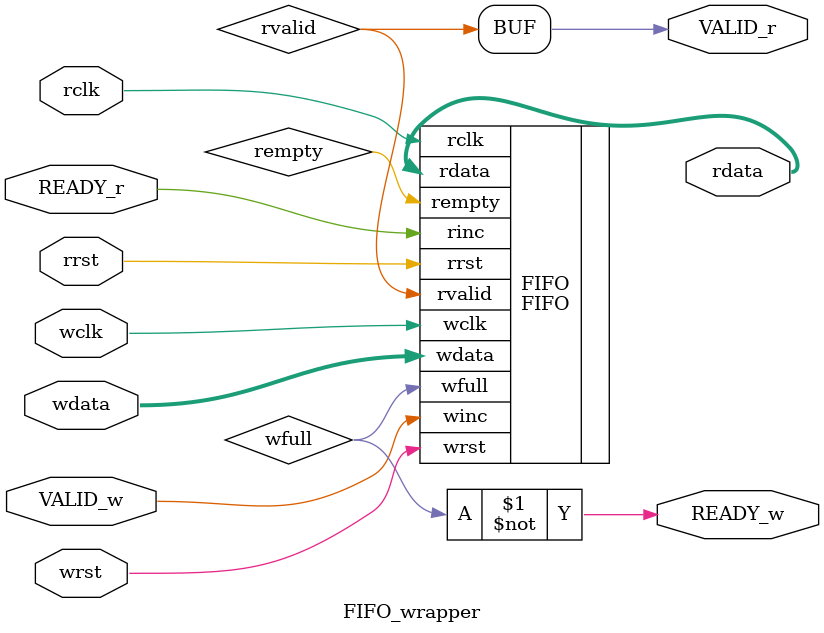
<source format=sv>
module FIFO_wrapper #(
       parameter int DATA_WIDTH = 51,
       parameter int ADDR_SIZE  = 1  // depth = 2**ADDR_SIZE. Default 1 => depth=2.
)(
       input wclk,
       input wrst,
       input rclk,
       input rrst,
       input [DATA_WIDTH-1:0] wdata,
       input VALID_w,
       input READY_r,

       output logic [DATA_WIDTH-1:0] rdata,
       output logic  READY_w,
       output logic  VALID_r
);

logic wfull;
logic rempty;
logic rvalid;

FIFO #(
       .DATA_WIDTH(DATA_WIDTH),
       .ADDR_SIZE(ADDR_SIZE)
) FIFO(
       .wclk(wclk),
       .wrst(wrst),
       .winc(VALID_w),
       .rclk(rclk),
       .rrst(rrst),
       .rinc(READY_r),
       .wdata(wdata),
       //output
       .wfull(wfull),
       .rdata(rdata),
       .rempty(rempty),
       .rvalid(rvalid)
);

assign READY_w = (~wfull);

assign VALID_r = rvalid;


endmodule

</source>
